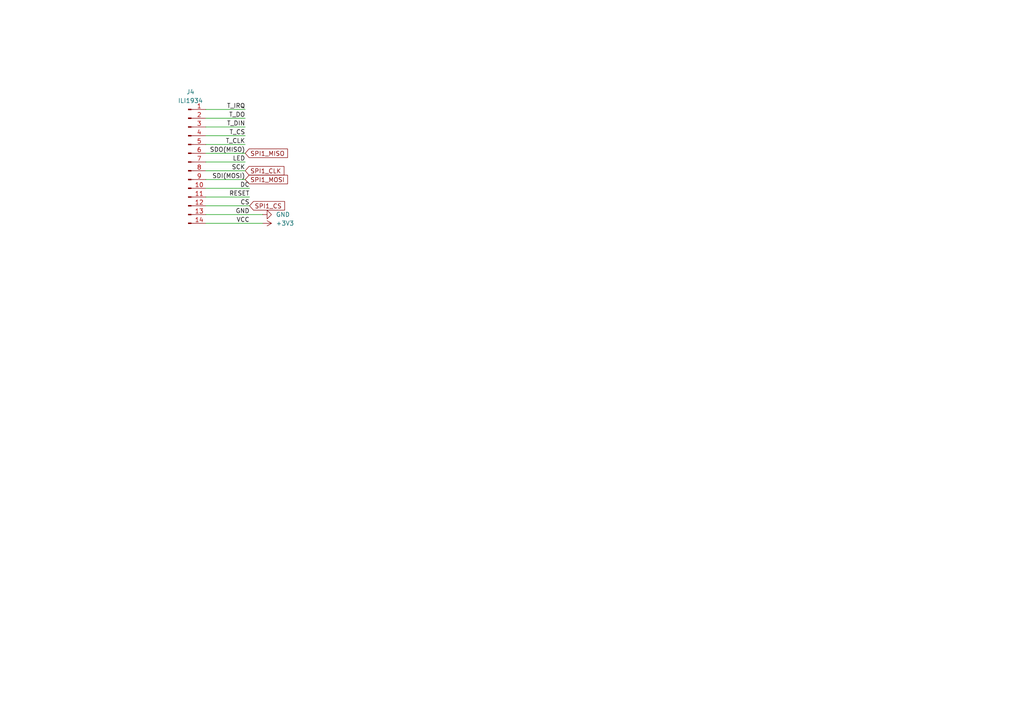
<source format=kicad_sch>
(kicad_sch (version 20231120) (generator "eeschema") (generator_version "8.0")
  (paper "A4")
  (lib_symbols
    (symbol "Connector:Conn_01x14_Pin" (pin_names (offset 1.016) hide)
      (property "Reference" "J" (at 0 17.78 0))
      (property "Value" "Conn_01x14_Pin" (at 0 -20.32 0))
      (symbol "Conn_01x14_Pin_1_1"
        (polyline (pts (xy 1.27 -17.78) (xy 0.8636 -17.78)) (stroke (width 0.1524)))
        (polyline (pts (xy 1.27 -15.24) (xy 0.8636 -15.24)) (stroke (width 0.1524)))
        (polyline (pts (xy 1.27 -12.7) (xy 0.8636 -12.7)) (stroke (width 0.1524)))
        (polyline (pts (xy 1.27 -10.16) (xy 0.8636 -10.16)) (stroke (width 0.1524)))
        (polyline (pts (xy 1.27 -7.62) (xy 0.8636 -7.62)) (stroke (width 0.1524)))
        (polyline (pts (xy 1.27 -5.08) (xy 0.8636 -5.08)) (stroke (width 0.1524)))
        (polyline (pts (xy 1.27 -2.54) (xy 0.8636 -2.54)) (stroke (width 0.1524)))
        (polyline (pts (xy 1.27 0) (xy 0.8636 0)) (stroke (width 0.1524)))
        (polyline (pts (xy 1.27 2.54) (xy 0.8636 2.54)) (stroke (width 0.1524)))
        (polyline (pts (xy 1.27 5.08) (xy 0.8636 5.08)) (stroke (width 0.1524)))
        (polyline (pts (xy 1.27 7.62) (xy 0.8636 7.62)) (stroke (width 0.1524)))
        (polyline (pts (xy 1.27 10.16) (xy 0.8636 10.16)) (stroke (width 0.1524)))
        (polyline (pts (xy 1.27 12.7) (xy 0.8636 12.7)) (stroke (width 0.1524)))
        (polyline (pts (xy 1.27 15.24) (xy 0.8636 15.24)) (stroke (width 0.1524)))
        (rectangle (start 0.8636 -17.653) (end 0 -17.907) (stroke (width 0.1524)) (fill (type outline)))
        (rectangle (start 0.8636 -15.113) (end 0 -15.367) (stroke (width 0.1524)) (fill (type outline)))
        (rectangle (start 0.8636 -12.573) (end 0 -12.827) (stroke (width 0.1524)) (fill (type outline)))
        (rectangle (start 0.8636 -10.033) (end 0 -10.287) (stroke (width 0.1524)) (fill (type outline)))
        (rectangle (start 0.8636 -7.493) (end 0 -7.747) (stroke (width 0.1524)) (fill (type outline)))
        (rectangle (start 0.8636 -4.953) (end 0 -5.207) (stroke (width 0.1524)) (fill (type outline)))
        (rectangle (start 0.8636 -2.413) (end 0 -2.667) (stroke (width 0.1524)) (fill (type outline)))
        (rectangle (start 0.8636 0.127) (end 0 -0.127) (stroke (width 0.1524)) (fill (type outline)))
        (rectangle (start 0.8636 2.667) (end 0 2.413) (stroke (width 0.1524)) (fill (type outline)))
        (rectangle (start 0.8636 5.207) (end 0 4.953) (stroke (width 0.1524)) (fill (type outline)))
        (rectangle (start 0.8636 7.747) (end 0 7.493) (stroke (width 0.1524)) (fill (type outline)))
        (rectangle (start 0.8636 10.287) (end 0 10.033) (stroke (width 0.1524)) (fill (type outline)))
        (rectangle (start 0.8636 12.827) (end 0 12.573) (stroke (width 0.1524)) (fill (type outline)))
        (rectangle (start 0.8636 15.367) (end 0 15.113) (stroke (width 0.1524)) (fill (type outline)))
        (pin passive line (at 5.08 15.24 180) (length 3.81) (name "Pin_1") (number "1"))
        (pin passive line (at 5.08 -7.62 180) (length 3.81) (name "Pin_10") (number "10"))
        (pin passive line (at 5.08 -10.16 180) (length 3.81) (name "Pin_11") (number "11"))
        (pin passive line (at 5.08 -12.7 180) (length 3.81) (name "Pin_12") (number "12"))
        (pin passive line (at 5.08 -15.24 180) (length 3.81) (name "Pin_13") (number "13"))
        (pin passive line (at 5.08 -17.78 180) (length 3.81) (name "Pin_14") (number "14"))
        (pin passive line (at 5.08 12.7 180) (length 3.81) (name "Pin_2") (number "2"))
        (pin passive line (at 5.08 10.16 180) (length 3.81) (name "Pin_3") (number "3"))
        (pin passive line (at 5.08 7.62 180) (length 3.81) (name "Pin_4") (number "4"))
        (pin passive line (at 5.08 5.08 180) (length 3.81) (name "Pin_5") (number "5"))
        (pin passive line (at 5.08 2.54 180) (length 3.81) (name "Pin_6") (number "6"))
        (pin passive line (at 5.08 0 180) (length 3.81) (name "Pin_7") (number "7"))
        (pin passive line (at 5.08 -2.54 180) (length 3.81) (name "Pin_8") (number "8"))
        (pin passive line (at 5.08 -5.08 180) (length 3.81) (name "Pin_9") (number "9"))
      )
    )
    (symbol "power:+3V3" (power) (pin_numbers hide) (pin_names (offset 0) hide)
      (property "Value" "+3V3" (at 0 3.556 0))
      (symbol "+3V3_0_1"
        (polyline (pts (xy -0.762 1.27) (xy 0 2.54)))
        (polyline (pts (xy 0 0) (xy 0 2.54)))
        (polyline (pts (xy 0 2.54) (xy 0.762 1.27)))
      )
      (symbol "+3V3_1_1"
        (pin power_in line (at 0 0 90) (length 0) (name "~") (number "1"))
      )
    )
    (symbol "power:GND" (power) (pin_numbers hide) (pin_names (offset 0) hide)
      (property "Value" "GND" (at 0 -3.81 0))
      (symbol "GND_0_1"
        (polyline (pts (xy 0 0) (xy 0 -1.27) (xy 1.27 -1.27) (xy 0 -2.54) (xy -1.27 -1.27) (xy 0 -1.27)))
      )
      (symbol "GND_1_1"
        (pin power_in line (at 0 0 270) (length 0) (name "~") (number "1"))
      )
    )
  )
  (wire (pts (xy 59.69 41.91) (xy 71.12 41.91)))
  (wire (pts (xy 59.69 54.61) (xy 72.39 54.61)))
  (wire (pts (xy 59.69 44.45) (xy 71.12 44.45)))
  (wire (pts (xy 59.69 57.15) (xy 72.39 57.15)))
  (wire (pts (xy 59.69 59.69) (xy 72.39 59.69)))
  (wire (pts (xy 59.69 34.29) (xy 71.12 34.29)))
  (wire (pts (xy 59.69 39.37) (xy 71.12 39.37)))
  (wire (pts (xy 59.69 31.75) (xy 71.12 31.75)))
  (wire (pts (xy 59.69 46.99) (xy 71.12 46.99)))
  (wire (pts (xy 59.69 62.23) (xy 76.2 62.23)))
  (wire (pts (xy 59.69 36.83) (xy 71.12 36.83)))
  (wire (pts (xy 59.69 49.53) (xy 71.12 49.53)))
  (wire (pts (xy 59.69 64.77) (xy 76.2 64.77)))
  (wire (pts (xy 59.69 52.07) (xy 71.12 52.07)))
  (label "LED" (at 71.12 46.99 180))
  (label "SDI(MOSI)" (at 71.12 52.07 180))
  (label "VCC" (at 72.39 64.77 180))
  (label "T_CLK" (at 71.12 41.91 180))
  (label "GND" (at 72.39 62.23 180))
  (label "SDO(MISO)" (at 71.12 44.45 180))
  (label "RESET" (at 72.39 57.15 180))
  (label "DC" (at 72.39 54.61 180))
  (label "SCK" (at 71.12 49.53 180))
  (label "T_CS" (at 71.12 39.37 180))
  (label "T_DIN" (at 71.12 36.83 180))
  (label "CS" (at 72.39 59.69 180))
  (label "T_DO" (at 71.12 34.29 180))
  (label "T_IRQ" (at 71.12 31.75 180))
  (global_label "SPI1_CLK" (shape input) (at 71.12 49.53 0) (property "Intersheetrefs" "${INTERSHEET_REFS}" (effects (hide yes))))
  (global_label "SPI1_MISO" (shape input) (at 71.12 44.45 0) (property "Intersheetrefs" "${INTERSHEET_REFS}" (effects (hide yes))))
  (global_label "SPI1_CS" (shape input) (at 72.39 59.69 0) (property "Intersheetrefs" "${INTERSHEET_REFS}" (effects (hide yes))))
  (global_label "SPI1_MOSI" (shape input) (at 71.12 52.07 0) (property "Intersheetrefs" "${INTERSHEET_REFS}" (effects (hide yes))))
  (symbol (lib_id "Connector:Conn_01x14_Pin") (at 54.61 46.99 0) (unit 1)
    (property "Reference" "J4" (at 55.245 26.67 0))
    (property "Value" "ILI1934" (at 55.245 29.21 0))
    (property "Description" "Generic connector, single row, 01x14, script generated" (effects (hide yes)))
  )
  (symbol (lib_id "power:+3V3") (at 76.2 64.77 270) (unit 1)
    (property "Reference" "#PWR015" (effects (hide yes)))
    (property "Value" "+3V3" (at 80.01 64.7699 90) (effects (justify left)))
    (property "Description" "Power symbol creates a global label with name \"+3V3\"" (effects (hide yes)))
  )
  (symbol (lib_id "power:GND") (at 76.2 62.23 90) (unit 1)
    (property "Reference" "#PWR013" (effects (hide yes)))
    (property "Value" "GND" (at 80.01 62.2299 90) (effects (justify right)))
    (property "Description" "Power symbol creates a global label with name \"GND\" , ground" (effects (hide yes)))
  )
)
</source>
